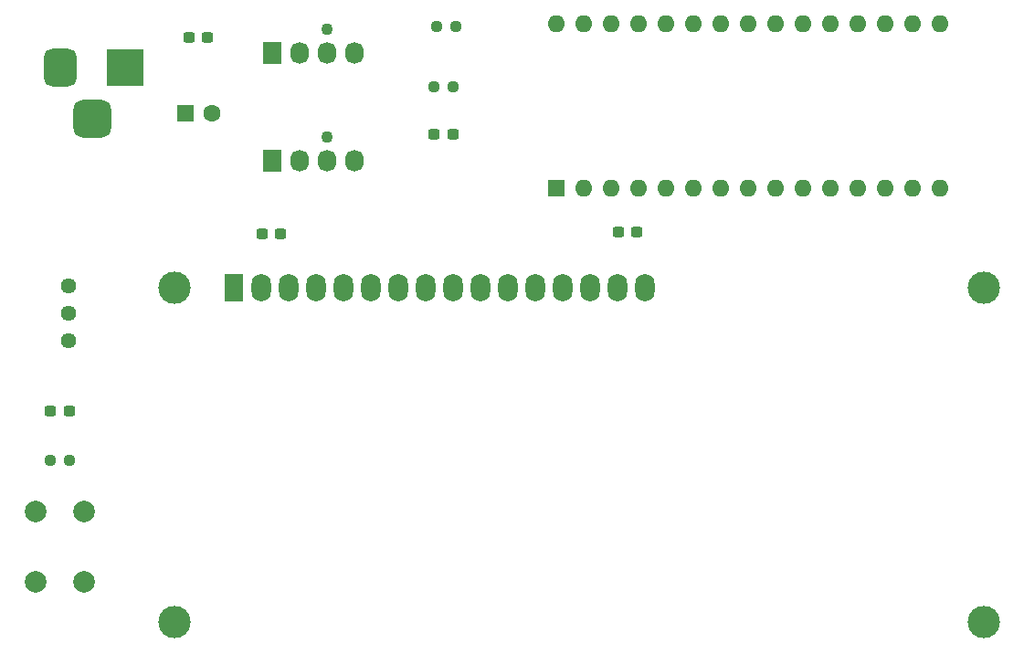
<source format=gts>
%TF.GenerationSoftware,KiCad,Pcbnew,8.0.5*%
%TF.CreationDate,2024-10-30T03:14:09+09:00*%
%TF.ProjectId,FAN_controler_arduino_nano_2,46414e5f-636f-46e7-9472-6f6c65725f61,2.0*%
%TF.SameCoordinates,Original*%
%TF.FileFunction,Soldermask,Top*%
%TF.FilePolarity,Negative*%
%FSLAX46Y46*%
G04 Gerber Fmt 4.6, Leading zero omitted, Abs format (unit mm)*
G04 Created by KiCad (PCBNEW 8.0.5) date 2024-10-30 03:14:09*
%MOMM*%
%LPD*%
G01*
G04 APERTURE LIST*
G04 Aperture macros list*
%AMRoundRect*
0 Rectangle with rounded corners*
0 $1 Rounding radius*
0 $2 $3 $4 $5 $6 $7 $8 $9 X,Y pos of 4 corners*
0 Add a 4 corners polygon primitive as box body*
4,1,4,$2,$3,$4,$5,$6,$7,$8,$9,$2,$3,0*
0 Add four circle primitives for the rounded corners*
1,1,$1+$1,$2,$3*
1,1,$1+$1,$4,$5*
1,1,$1+$1,$6,$7*
1,1,$1+$1,$8,$9*
0 Add four rect primitives between the rounded corners*
20,1,$1+$1,$2,$3,$4,$5,0*
20,1,$1+$1,$4,$5,$6,$7,0*
20,1,$1+$1,$6,$7,$8,$9,0*
20,1,$1+$1,$8,$9,$2,$3,0*%
G04 Aperture macros list end*
%ADD10RoundRect,0.237500X-0.300000X-0.237500X0.300000X-0.237500X0.300000X0.237500X-0.300000X0.237500X0*%
%ADD11RoundRect,0.237500X-0.250000X-0.237500X0.250000X-0.237500X0.250000X0.237500X-0.250000X0.237500X0*%
%ADD12O,1.800000X2.600000*%
%ADD13R,1.800000X2.600000*%
%ADD14C,3.000000*%
%ADD15R,1.600000X1.600000*%
%ADD16O,1.600000X1.600000*%
%ADD17C,2.000000*%
%ADD18C,1.600000*%
%ADD19C,1.100000*%
%ADD20R,1.730000X2.030000*%
%ADD21O,1.730000X2.030000*%
%ADD22RoundRect,0.237500X0.250000X0.237500X-0.250000X0.237500X-0.250000X-0.237500X0.250000X-0.237500X0*%
%ADD23C,1.440000*%
%ADD24R,3.500000X3.500000*%
%ADD25RoundRect,0.750000X-0.750000X-1.000000X0.750000X-1.000000X0.750000X1.000000X-0.750000X1.000000X0*%
%ADD26RoundRect,0.875000X-0.875000X-0.875000X0.875000X-0.875000X0.875000X0.875000X-0.875000X0.875000X0*%
G04 APERTURE END LIST*
D10*
%TO.C,C_Decoupling2*%
X129137500Y-102200000D03*
X130862500Y-102200000D03*
%TD*%
D11*
%TO.C,R1*%
X145287500Y-83000000D03*
X147112500Y-83000000D03*
%TD*%
D10*
%TO.C,C2*%
X145075000Y-93000000D03*
X146800000Y-93000000D03*
%TD*%
D12*
%TO.C,LCD1*%
X164600520Y-107199300D03*
X162060520Y-107199300D03*
X159520520Y-107199300D03*
X156980520Y-107199300D03*
X154440520Y-107199300D03*
X151900520Y-107199300D03*
X149360520Y-107199300D03*
X146820520Y-107199300D03*
X144280520Y-107199300D03*
X141740520Y-107199300D03*
X139200520Y-107199300D03*
X136660520Y-107199300D03*
X134120520Y-107199300D03*
X131580520Y-107199300D03*
X129040520Y-107199300D03*
D13*
X126500520Y-107199300D03*
D14*
X196000520Y-107199300D03*
X196000000Y-138200000D03*
X121001420Y-138200000D03*
X121001420Y-107199300D03*
%TD*%
D15*
%TO.C,A1*%
X156440000Y-98000000D03*
D16*
X158980000Y-98000000D03*
X161520000Y-98000000D03*
X164060000Y-98000000D03*
X166600000Y-98000000D03*
X169140000Y-98000000D03*
X171680000Y-98000000D03*
X174220000Y-98000000D03*
X176760000Y-98000000D03*
X179300000Y-98000000D03*
X181840000Y-98000000D03*
X184380000Y-98000000D03*
X186920000Y-98000000D03*
X189460000Y-98000000D03*
X192000000Y-98000000D03*
X192000000Y-82760000D03*
X189460000Y-82760000D03*
X186920000Y-82760000D03*
X184380000Y-82760000D03*
X181840000Y-82760000D03*
X179300000Y-82760000D03*
X176760000Y-82760000D03*
X174220000Y-82760000D03*
X171680000Y-82760000D03*
X169140000Y-82760000D03*
X166600000Y-82760000D03*
X164060000Y-82760000D03*
X161520000Y-82760000D03*
X158980000Y-82760000D03*
X156440000Y-82760000D03*
%TD*%
D17*
%TO.C,SW1*%
X108100000Y-134450000D03*
X108100000Y-127950000D03*
X112600000Y-134450000D03*
X112600000Y-127950000D03*
%TD*%
D15*
%TO.C,C3*%
X121994888Y-91000000D03*
D18*
X124494888Y-91000000D03*
%TD*%
D10*
%TO.C,C_Decoupling1*%
X162137500Y-102000000D03*
X163862500Y-102000000D03*
%TD*%
D19*
%TO.C,FAN1*%
X135140000Y-93240000D03*
D20*
X130060000Y-95400000D03*
D21*
X132600000Y-95400000D03*
X135140000Y-95400000D03*
X137680000Y-95400000D03*
%TD*%
D10*
%TO.C,C_Debounce1*%
X109537500Y-118600000D03*
X111262500Y-118600000D03*
%TD*%
D22*
%TO.C,R_pull_up1*%
X146850000Y-88600000D03*
X145025000Y-88600000D03*
%TD*%
D10*
%TO.C,C1*%
X122337500Y-84000000D03*
X124062500Y-84000000D03*
%TD*%
D11*
%TO.C,R_Debounce1*%
X109487500Y-123200000D03*
X111312500Y-123200000D03*
%TD*%
D19*
%TO.C,MAIN_FAN1*%
X135140000Y-83240000D03*
D20*
X130060000Y-85400000D03*
D21*
X132600000Y-85400000D03*
X135140000Y-85400000D03*
X137680000Y-85400000D03*
%TD*%
D23*
%TO.C,RV1*%
X111200000Y-107050000D03*
X111200000Y-109590000D03*
X111200000Y-112130000D03*
%TD*%
D24*
%TO.C,J1*%
X116400000Y-86800000D03*
D25*
X110400000Y-86800000D03*
D26*
X113400000Y-91500000D03*
%TD*%
M02*

</source>
